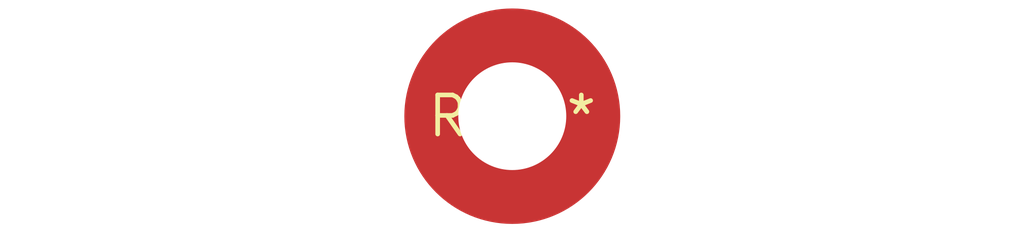
<source format=kicad_pcb>
(kicad_pcb (version 20240108) (generator pcbnew)
  (layers (0 "F.Cu" signal) (31 "B.Cu" signal) (34 "B.Paste" user) (35 "F.Paste" user) (36 "B.SilkS" user "B.Silkscreen") (37 "F.SilkS" user "F.Silkscreen") (38 "B.Mask" user) (39 "F.Mask" user) (44 "Edge.Cuts" user))
  (net 0 "")
  (footprint "MountingHole_3.5mm_Pad_TopOnly" (layer "F.Cu") (at 0 0)
    (property "Reference" "REF**")
    (property "Value" "MountingHole_3.5mm_Pad_TopOnly")
    (pad "1" thru_hole circle (at 0 0) (size 3.9 3.9) (drill 3.5) (layers *.Cu *.Mask) (remove_unused_layers))
    (pad "1" connect circle (at 0 0) (size 7 7) (layers "F.Cu" "F.Mask"))
  )
)
</source>
